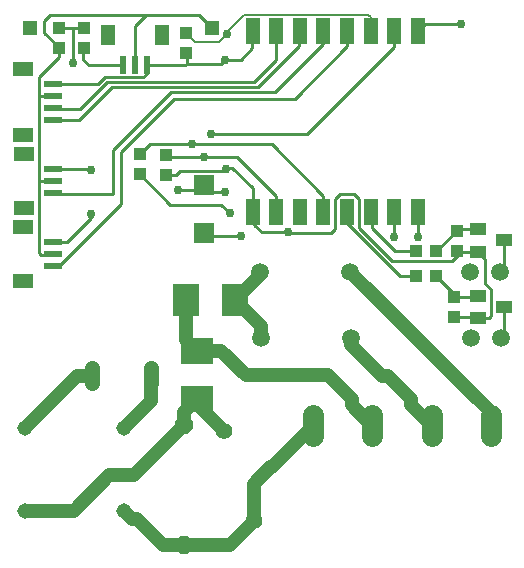
<source format=gbr>
G04 EAGLE Gerber X2 export*
%TF.Part,Single*%
%TF.FileFunction,Copper,L1,Top,Mixed*%
%TF.FilePolarity,Positive*%
%TF.GenerationSoftware,Autodesk,EAGLE,9.1.3*%
%TF.CreationDate,2018-09-20T23:52:22Z*%
G75*
%MOMM*%
%FSLAX34Y34*%
%LPD*%
%AMOC8*
5,1,8,0,0,1.08239X$1,22.5*%
G01*
%ADD10C,1.508000*%
%ADD11R,1.400000X1.000000*%
%ADD12R,1.000000X1.100000*%
%ADD13C,1.308000*%
%ADD14R,1.308000X1.308000*%
%ADD15R,1.770000X1.800000*%
%ADD16R,1.200000X2.286000*%
%ADD17R,1.100000X1.000000*%
%ADD18C,1.422400*%
%ADD19C,1.790700*%
%ADD20P,1.649562X8X292.500000*%
%ADD21R,2.794000X2.286000*%
%ADD22R,2.286000X2.794000*%
%ADD23R,1.550000X0.600000*%
%ADD24R,1.800000X1.200000*%
%ADD25R,0.600000X1.550000*%
%ADD26R,1.200000X1.800000*%
%ADD27C,1.308000*%
%ADD28C,0.254000*%
%ADD29C,0.756400*%
%ADD30C,0.152400*%
%ADD31C,1.143000*%


D10*
X224634Y179610D03*
X300834Y179610D03*
X402434Y179610D03*
X427834Y179610D03*
D11*
X430085Y205755D03*
X408085Y196255D03*
X408085Y215255D03*
D12*
X355789Y232370D03*
X372789Y232370D03*
D13*
X81354Y154276D02*
X81354Y141196D01*
X131354Y141196D02*
X131354Y154276D01*
D14*
X29354Y441736D03*
X183354Y441736D03*
D15*
X176344Y309251D03*
X176344Y268411D03*
D16*
X357544Y439825D03*
X337544Y439825D03*
X317544Y439825D03*
X297544Y439825D03*
X277544Y439825D03*
X257544Y439825D03*
X237544Y439825D03*
X217544Y439825D03*
X357544Y285985D03*
X337544Y285985D03*
X317544Y285985D03*
X297544Y285985D03*
X277544Y285985D03*
X257544Y285985D03*
X237544Y285985D03*
X217544Y285985D03*
D17*
X122417Y335302D03*
X122417Y318302D03*
X161156Y438090D03*
X161156Y421090D03*
X144010Y334901D03*
X144010Y317901D03*
D10*
X224258Y235388D03*
X300458Y235388D03*
X402058Y235388D03*
X427458Y235388D03*
D11*
X430276Y262248D03*
X408276Y252748D03*
X408276Y271748D03*
D12*
X356243Y253092D03*
X373243Y253092D03*
D17*
X390560Y253503D03*
X390560Y270503D03*
X388136Y197571D03*
X388136Y214571D03*
D18*
X218657Y25108D03*
X193257Y101308D03*
D19*
X269133Y96494D02*
X269133Y114401D01*
X319133Y114401D02*
X319133Y96494D01*
X369133Y96494D02*
X369133Y114401D01*
X419133Y114401D02*
X419133Y96494D01*
D20*
X159613Y106222D03*
X159613Y4622D03*
D21*
X170796Y168954D03*
X170796Y128034D03*
D22*
X161576Y211562D03*
X202496Y211562D03*
D23*
X48584Y240905D03*
X48584Y250905D03*
X48584Y260905D03*
D24*
X23334Y273905D03*
X23334Y227905D03*
D23*
X49013Y302574D03*
X49013Y312574D03*
X49013Y322574D03*
D24*
X23763Y335574D03*
X23763Y289574D03*
D17*
X53998Y425405D03*
X53998Y442405D03*
X75205Y442401D03*
X75205Y425401D03*
D25*
X107945Y411076D03*
X117945Y411076D03*
X127945Y411076D03*
D26*
X140945Y436326D03*
X94945Y436326D03*
D23*
X48676Y364340D03*
X48676Y374340D03*
X48676Y384340D03*
X48676Y394340D03*
D24*
X23426Y407340D03*
X23426Y351340D03*
D27*
X24941Y103545D03*
X108941Y103545D03*
X108941Y33545D03*
X24941Y33545D03*
D28*
X391674Y252389D02*
X407918Y252389D01*
X391674Y252389D02*
X390560Y253503D01*
X388136Y197571D02*
X406770Y197571D01*
X408085Y196255D01*
X217903Y306256D02*
X200549Y323610D01*
X195536Y323610D01*
X217903Y306256D02*
X217903Y286703D01*
X217544Y286344D01*
X217544Y285985D01*
D29*
X194998Y323072D03*
X247210Y269282D03*
D28*
X218525Y285005D02*
X217544Y285985D01*
X218525Y285005D02*
X218525Y276448D01*
X219230Y275742D02*
X225690Y269282D01*
X247210Y269282D01*
X408276Y252748D02*
X414391Y246633D01*
X414391Y225846D02*
X419772Y220464D01*
X419772Y197862D01*
X418166Y196255D02*
X408085Y196255D01*
X414391Y225846D02*
X414391Y246633D01*
X419772Y197862D02*
X418166Y196255D01*
X247600Y268892D02*
X247210Y269282D01*
X307594Y272929D02*
X307594Y297317D01*
X303266Y301645D01*
X291822Y301645D01*
X287673Y297496D01*
X287673Y272322D01*
X394346Y252748D02*
X408276Y252748D01*
X394346Y252748D02*
X386397Y244799D01*
X287673Y272322D02*
X284244Y268892D01*
X247600Y268892D01*
X307594Y272929D02*
X335724Y244799D01*
X386397Y244799D01*
X407918Y252389D02*
X408276Y252748D01*
X195536Y323610D02*
X194998Y323072D01*
X152817Y317901D02*
X144010Y317901D01*
X152817Y317901D02*
X155960Y321045D01*
X192970Y321045D02*
X195536Y323610D01*
X192970Y321045D02*
X155960Y321045D01*
X218773Y276199D02*
X219230Y275742D01*
X218773Y276199D02*
X218525Y276448D01*
X117945Y411076D02*
X117945Y444005D01*
X127044Y453104D01*
X171987Y453104D01*
X53998Y425405D02*
X53504Y425899D01*
X46169Y453104D02*
X127044Y453104D01*
X41296Y448230D02*
X41296Y438107D01*
X41296Y448230D02*
X46169Y453104D01*
X36792Y400518D02*
X36792Y385248D01*
X53504Y417230D02*
X53504Y425899D01*
X53504Y417230D02*
X36792Y400518D01*
X53504Y425899D02*
X41296Y438107D01*
X36792Y385248D02*
X36792Y383723D01*
X36792Y312290D01*
X36792Y310459D01*
X36792Y251983D01*
X37075Y312574D02*
X49013Y312574D01*
X37075Y312574D02*
X36792Y312290D01*
X36792Y251983D02*
X38759Y250015D01*
X47694Y250015D01*
X48584Y250905D01*
X48676Y384340D02*
X37700Y384340D01*
X36792Y385248D01*
X171987Y453104D02*
X183354Y441736D01*
X430085Y205755D02*
X430085Y181861D01*
X427834Y179610D01*
X277544Y300283D02*
X234304Y343522D01*
D29*
X166294Y343522D03*
D28*
X169077Y343522D02*
X234304Y343522D01*
X169077Y343522D02*
X166294Y343522D01*
X277544Y300283D02*
X277544Y285985D01*
X130638Y343522D02*
X122417Y335302D01*
X130638Y343522D02*
X169077Y343522D01*
X357544Y439825D02*
X363361Y445642D01*
X394343Y445642D01*
D29*
X394343Y445642D03*
X196084Y436958D03*
D30*
X315321Y453541D02*
X317544Y451319D01*
X315321Y453541D02*
X211499Y453541D01*
X210597Y453541D01*
X196084Y439029D01*
X196084Y436958D01*
X317544Y439825D02*
X317544Y451319D01*
X196084Y436958D02*
X195802Y436958D01*
X188864Y430020D01*
X169226Y430020D01*
X161156Y438090D01*
D28*
X430276Y262248D02*
X430276Y238206D01*
X427458Y235388D01*
X408276Y271748D02*
X398626Y271748D01*
X391805Y271748D01*
X390560Y270503D01*
X390560Y270409D02*
X373243Y253092D01*
X390560Y270409D02*
X390560Y270503D01*
X204480Y266258D02*
X178497Y266258D01*
X204480Y266258D02*
X204605Y266132D01*
D29*
X208193Y266132D03*
D28*
X204605Y266132D01*
X178497Y266258D02*
X176344Y268411D01*
X372789Y232370D02*
X388136Y217023D01*
X388136Y214571D01*
X407401Y214571D01*
X408085Y215255D01*
X337544Y265744D02*
X337544Y285985D01*
X337544Y265744D02*
X337308Y265509D01*
D29*
X337308Y265509D03*
D28*
X297690Y277085D02*
X297690Y285839D01*
X297544Y285985D01*
X342405Y232370D02*
X355789Y232370D01*
X342405Y232370D02*
X297690Y277085D01*
X318305Y280618D02*
X318305Y273090D01*
X318305Y280618D02*
X317544Y281379D01*
X338302Y253092D02*
X356243Y253092D01*
X338302Y253092D02*
X318305Y273090D01*
X317544Y281379D02*
X317544Y285985D01*
X237460Y439742D02*
X237544Y439825D01*
X237460Y439742D02*
X237460Y415236D01*
X218537Y396313D01*
X94384Y396313D02*
X71721Y373649D01*
X94384Y396313D02*
X218537Y396313D01*
X71721Y373649D02*
X49366Y373649D01*
X48676Y374340D01*
X257281Y439562D02*
X257544Y439825D01*
X257281Y439562D02*
X257281Y427238D01*
X222014Y391972D01*
X70951Y364340D02*
X48676Y364340D01*
X70951Y364340D02*
X98583Y391972D01*
X222014Y391972D01*
X274860Y426199D02*
X277544Y428883D01*
X274860Y426199D02*
X236460Y387799D01*
D30*
X274860Y426199D02*
X277544Y428883D01*
X277544Y439825D01*
D28*
X236460Y387799D02*
X148580Y387799D01*
X99843Y301285D02*
X50302Y301285D01*
X99843Y301285D02*
X99843Y339062D01*
X148580Y387799D01*
X50302Y301285D02*
X49013Y302574D01*
X297544Y426910D02*
X297786Y426667D01*
X253397Y382279D01*
X297544Y426910D02*
X297544Y439825D01*
X253397Y382279D02*
X150669Y382279D01*
X105883Y337493D01*
X105883Y293198D02*
X53590Y240905D01*
X105883Y293198D02*
X105883Y337493D01*
X53590Y240905D02*
X48584Y240905D01*
X263484Y352312D02*
X337544Y426371D01*
X263484Y352312D02*
X182619Y352312D01*
D29*
X182619Y352312D03*
D28*
X337544Y426371D02*
X337544Y439825D01*
X75205Y442401D02*
X65311Y442401D01*
X54002Y442401D01*
X53998Y442405D01*
D29*
X65617Y412724D03*
D28*
X65311Y413029D01*
X65311Y442401D01*
D29*
X357891Y265509D03*
D28*
X357891Y285638D01*
X357544Y285985D01*
X237544Y299565D02*
X206311Y330798D01*
X237544Y299565D02*
X237544Y285985D01*
X177317Y332759D02*
X176519Y332759D01*
D29*
X176519Y332759D03*
D28*
X177317Y332759D02*
X204350Y332759D01*
X206311Y330798D01*
X177317Y332759D02*
X146151Y332759D01*
X144010Y334901D01*
D31*
X269133Y105447D02*
X233982Y70296D01*
X232561Y70296D01*
X218657Y56392D01*
X218657Y25108D01*
X198170Y4622D01*
X159613Y4622D01*
X149899Y4622D01*
X141549Y4622D01*
X115820Y26666D02*
X108941Y33545D01*
X141549Y4622D02*
X149899Y4622D01*
X119504Y26666D02*
X115820Y26666D01*
X119504Y26666D02*
X141549Y4622D01*
X170796Y123770D02*
X170796Y128034D01*
X170796Y123770D02*
X193257Y101308D01*
X170796Y128034D02*
X159613Y116851D01*
X159613Y106222D01*
X117191Y63800D01*
X96409Y63800D01*
X66154Y33545D02*
X24941Y33545D01*
X66154Y33545D02*
X96409Y63800D01*
X108941Y103545D02*
X131354Y125958D01*
X131354Y147736D01*
X301802Y122779D02*
X319133Y105447D01*
X301802Y122779D02*
X301802Y127932D01*
X191089Y168954D02*
X170796Y168954D01*
X191089Y168954D02*
X211688Y148355D01*
X281379Y148355D02*
X301802Y127932D01*
X281379Y148355D02*
X211688Y148355D01*
X161576Y178173D02*
X161576Y211562D01*
X161576Y178173D02*
X170796Y168954D01*
X300834Y173746D02*
X300834Y179610D01*
X351802Y122779D02*
X369133Y105447D01*
X351802Y122779D02*
X351802Y127932D01*
X332665Y147069D01*
X327511Y147069D01*
X300834Y173746D01*
X300458Y235388D02*
X419133Y116712D01*
X419133Y105447D01*
X69133Y147736D02*
X24941Y103545D01*
X69133Y147736D02*
X81354Y147736D01*
X202496Y211562D02*
X224258Y233324D01*
X224258Y235388D01*
X202496Y211562D02*
X224634Y189425D01*
X224634Y179610D01*
D28*
X78950Y410770D02*
X74353Y415367D01*
X78950Y410770D02*
X107640Y410770D01*
X107945Y411076D01*
X74353Y415367D02*
X74353Y426058D01*
X74547Y426058D01*
X75205Y425401D01*
D29*
X194469Y303519D03*
D28*
X177785Y303519D02*
X176344Y304960D01*
X177785Y303519D02*
X194469Y303519D01*
X176344Y304960D02*
X176344Y309251D01*
D29*
X154428Y304659D03*
D28*
X171752Y304659D01*
X176344Y309251D01*
X217364Y425086D02*
X217364Y439646D01*
X217364Y425086D02*
X207554Y415276D01*
X217364Y439646D02*
X217544Y439825D01*
D29*
X194639Y415276D03*
D28*
X207554Y415276D01*
X122417Y318302D02*
X148103Y292616D01*
X191218Y292616D01*
D29*
X198239Y285595D03*
D28*
X191218Y292616D01*
X163278Y421090D02*
X161156Y421090D01*
X161447Y411321D02*
X190684Y411321D01*
X161202Y411076D02*
X127945Y411076D01*
X161447Y411321D02*
X162058Y411932D01*
X162058Y419869D01*
X190684Y411321D02*
X194639Y415276D01*
X163278Y421090D02*
X162058Y419869D01*
X161447Y411321D02*
X161202Y411076D01*
X71216Y394340D02*
X48676Y394340D01*
X71216Y394340D02*
X86664Y394340D01*
X124992Y400377D02*
X128181Y403566D01*
X92701Y400377D02*
X86664Y394340D01*
X92701Y400377D02*
X124992Y400377D01*
X128181Y403566D02*
X128181Y410840D01*
X127945Y411076D01*
X80313Y322574D02*
X49013Y322574D01*
X80313Y322574D02*
X80756Y322131D01*
D29*
X80756Y322131D03*
X80903Y284605D03*
D28*
X80903Y281300D02*
X60507Y260905D01*
X48584Y260905D01*
X80903Y281300D02*
X80903Y284605D01*
M02*

</source>
